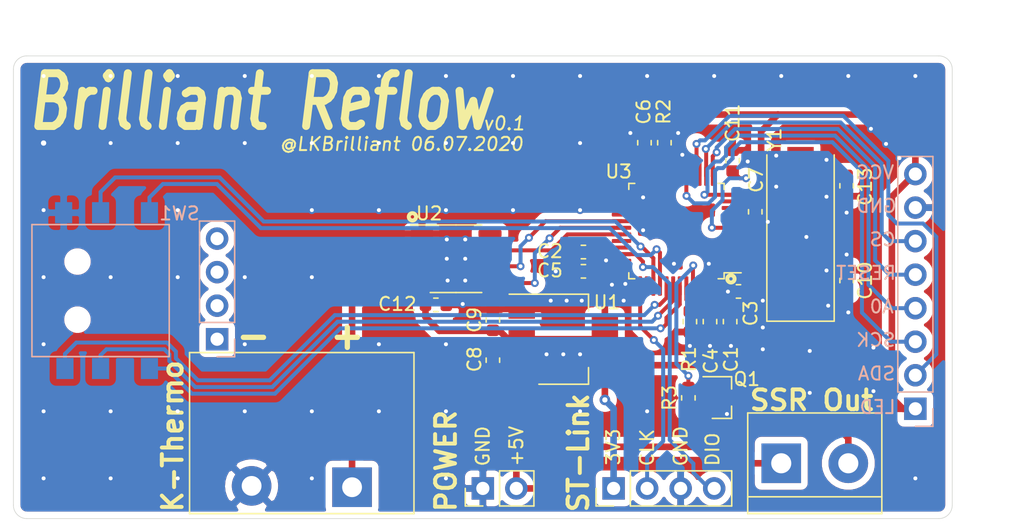
<source format=kicad_pcb>
(kicad_pcb (version 20171130) (host pcbnew "(5.1.6)-1")
  (layers (0 F.Cu signal) (31 B.Cu signal) (34 B.Paste user) (35 F.Paste user) (36 B.SilkS user) (37 F.SilkS user) (38 B.Mask user) (39 F.Mask user) (44 Edge.Cuts user))
  (net 0 "")
  (net 1 +5V)
  (net 2 +3V3)
  (net 3 NRST)
  (net 4 RST)
  (net 5 A0)
  (net 6 SCK)
  (net 7 SWDIO)
  (net 8 SWCLK)
  (net 9 BOOT0)
  (net 10 BOOT1)
  (net 11 "Net-(C10-Pad2)")
  (net 12 "Net-(C13-Pad2)")
  (net 13 SSR)
  (net 14 T+)
  (net 15 SCK_T)
  (net 16 GND)
  (net 17 "Net-(J5-Pad4)")
  (net 18 "Net-(J5-Pad3)")
  (net 19 "Net-(J5-Pad2)")
  (net 20 "Net-(J5-Pad1)")
  (net 21 "Net-(U2-Pad8)")
  (net 22 "Net-(U3-Pad46)")
  (net 23 "Net-(U3-Pad38)")
  (net 24 "Net-(U3-Pad33)")
  (net 25 "Net-(U3-Pad32)")
  (net 26 "Net-(U3-Pad28)")
  (net 27 "Net-(U3-Pad27)")
  (net 28 "Net-(U3-Pad26)")
  (net 29 "Net-(U3-Pad25)")
  (net 30 "Net-(U3-Pad22)")
  (net 31 "Net-(U3-Pad21)")
  (net 32 "Net-(U3-Pad19)")
  (net 33 "Net-(U3-Pad18)")
  (net 34 "Net-(U3-Pad16)")
  (net 35 "Net-(U3-Pad11)")
  (net 36 "Net-(U3-Pad10)")
  (net 37 "Net-(U3-Pad4)")
  (net 38 "Net-(U3-Pad3)")
  (net 39 "Net-(U3-Pad2)")
  (net 40 "Net-(Q1-Pad1)")
  (net 41 SSR_T)
  (net 42 CS_D)
  (net 43 SDO)
  (net 44 SDI)
  (net 45 CS_T)
  (net 46 BT5)
  (net 47 BT4)
  (net 48 BT3)
  (net 49 BT2)
  (net 50 BT1)
  (module Resistor_SMD:R_0603_1608Metric (layer F.Cu) (at 168.2242 128.5241 90)
    (fp_text reference R3 (at 0 -1.43 90) (layer F.SilkS))
    (fp_text value 10k)
    (pad 2 smd roundrect (at 0.7875 0 90) (size 0.875 0.95) (layers F.Cu F.Paste F.Mask) (net 41 SSR_T))
    (pad 1 smd roundrect (at -0.7875 0 90) (size 0.875 0.95) (layers F.Cu F.Paste F.Mask) (net 40 "Net-(Q1-Pad1)"))
  )
  (module Package_TO_SOT_SMD:SOT-23 (layer F.Cu) (at 170.7388 128.4986)
    (fp_text reference Q1 (at 1.905 -1.397) (layer F.SilkS))
    (fp_text value MMBT2222A)
    (pad 3 smd rect (at 1 0) (size 0.9 0.8) (layers F.Cu F.Paste F.Mask) (net 13 SSR))
    (pad 2 smd rect (at -1 0.95) (size 0.9 0.8) (layers F.Cu F.Paste F.Mask) (net 16 GND))
    (pad 1 smd rect (at -1 -0.95) (size 0.9 0.8) (layers F.Cu F.Paste F.Mask) (net 40 "Net-(Q1-Pad1)"))
  )
  (module Brilliant_Reflow:5_Way_Switch (layer B.Cu) (at 123.698 120.396 270)
    (fp_text reference SW1 (at -5.842 -5.969) (layer B.SilkS) (effects (justify mirror)))
    (fp_text value 5_Way_Switch)
    (pad "" np_thru_hole circle (at 2.2 1.75 270) (size 1 1) (drill 1) (layers *.Cu *.Mask))
    (pad "" np_thru_hole circle (at -2.2 1.75 270) (size 1 1) (drill 1) (layers *.Cu *.Mask))
    (pad 6 smd rect (at 5.9 -3.7 270) (size 1.6 1.3) (layers B.Cu B.Paste B.Mask) (net 46 BT5))
    (pad 5 smd rect (at 5.9 0 270) (size 1.6 1.3) (layers B.Cu B.Paste B.Mask) (net 47 BT4))
    (pad 4 smd rect (at 5.9 2.7 270) (size 1.6 1.3) (layers B.Cu B.Paste B.Mask) (net 48 BT3))
    (pad 3 smd rect (at -5.9 -3.7 270) (size 1.6 1.3) (layers B.Cu B.Paste B.Mask) (net 49 BT2))
    (pad 2 smd rect (at -5.9 0 270) (size 1.6 1.3) (layers B.Cu B.Paste B.Mask) (net 50 BT1))
    (pad 1 smd rect (at -5.9 2.8 270) (size 1.6 1.3) (layers B.Cu B.Paste B.Mask) (net 16 GND))
  )
  (module Package_SO:SO-8_3.9x4.9mm_P1.27mm (layer F.Cu) (at 150.622 117.983)
    (fp_text reference U2 (at -2.032 -3.429) (layer F.SilkS))
    (fp_text value MAX6675)
    (pad 8 smd roundrect (at 2.575 -1.905) (size 1.75 0.6) (layers F.Cu F.Paste F.Mask) (net 21 "Net-(U2-Pad8)"))
    (pad 7 smd roundrect (at 2.575 -0.635) (size 1.75 0.6) (layers F.Cu F.Paste F.Mask) (net 44 SDI))
    (pad 6 smd roundrect (at 2.575 0.635) (size 1.75 0.6) (layers F.Cu F.Paste F.Mask) (net 45 CS_T))
    (pad 5 smd roundrect (at 2.575 1.905) (size 1.75 0.6) (layers F.Cu F.Paste F.Mask) (net 15 SCK_T))
    (pad 4 smd roundrect (at -2.575 1.905) (size 1.75 0.6) (layers F.Cu F.Paste F.Mask) (net 2 +3V3))
    (pad 3 smd roundrect (at -2.575 0.635) (size 1.75 0.6) (layers F.Cu F.Paste F.Mask) (net 14 T+))
    (pad 2 smd roundrect (at -2.575 -0.635) (size 1.75 0.6) (layers F.Cu F.Paste F.Mask) (net 16 GND))
    (pad 1 smd roundrect (at -2.575 -1.905) (size 1.75 0.6) (layers F.Cu F.Paste F.Mask) (net 16 GND))
  )
  (module TerminalBlock:TerminalBlock_bornier-2_P5.08mm (layer F.Cu) (at 175.26 133.477)
    (fp_text reference J1)
    (fp_text value Relay)
    (pad 2 thru_hole circle (at 5.08 0) (size 3 3) (drill 1.52) (layers *.Cu *.Mask) (net 13 SSR))
    (pad 1 thru_hole rect (at 0 0) (size 3 3) (drill 1.52) (layers *.Cu *.Mask) (net 1 +5V))
  )
  (module Connector_PinSocket_2.54mm:PinSocket_1x04_P2.54mm_Vertical (layer B.Cu) (at 132.5245 124.079)
    (fp_text reference J5)
    (fp_text value DisplayMount)
    (pad 4 thru_hole oval (at 0 -7.62) (size 1.7 1.7) (drill 1) (layers *.Cu *.Mask) (net 17 "Net-(J5-Pad4)"))
    (pad 3 thru_hole oval (at 0 -5.08) (size 1.7 1.7) (drill 1) (layers *.Cu *.Mask) (net 18 "Net-(J5-Pad3)"))
    (pad 2 thru_hole oval (at 0 -2.54) (size 1.7 1.7) (drill 1) (layers *.Cu *.Mask) (net 19 "Net-(J5-Pad2)"))
    (pad 1 thru_hole rect (at 0 0) (size 1.7 1.7) (drill 1) (layers *.Cu *.Mask) (net 20 "Net-(J5-Pad1)"))
  )
  (module Connector_PinHeader_2.54mm:PinHeader_1x04_P2.54mm_Vertical (layer F.Cu) (at 162.56 135.382 90)
    (fp_text reference J3)
    (fp_text value ST-Link)
    (pad 4 thru_hole oval (at 0 7.62 90) (size 1.7 1.7) (drill 1) (layers *.Cu *.Mask) (net 7 SWDIO))
    (pad 3 thru_hole oval (at 0 5.08 90) (size 1.7 1.7) (drill 1) (layers *.Cu *.Mask) (net 16 GND))
    (pad 2 thru_hole oval (at 0 2.54 90) (size 1.7 1.7) (drill 1) (layers *.Cu *.Mask) (net 8 SWCLK))
    (pad 1 thru_hole rect (at 0 0 90) (size 1.7 1.7) (drill 1) (layers *.Cu *.Mask) (net 2 +3V3))
  )
  (module Connector_PinSocket_2.54mm:PinSocket_1x08_P2.54mm_Vertical (layer B.Cu) (at 185.42 129.3495)
    (fp_text reference J4)
    (fp_text value Display)
    (pad 8 thru_hole oval (at 0 -17.78) (size 1.7 1.7) (drill 1) (layers *.Cu *.Mask) (net 2 +3V3))
    (pad 7 thru_hole oval (at 0 -15.24) (size 1.7 1.7) (drill 1) (layers *.Cu *.Mask) (net 16 GND))
    (pad 6 thru_hole oval (at 0 -12.7) (size 1.7 1.7) (drill 1) (layers *.Cu *.Mask) (net 42 CS_D))
    (pad 5 thru_hole oval (at 0 -10.16) (size 1.7 1.7) (drill 1) (layers *.Cu *.Mask) (net 4 RST))
    (pad 4 thru_hole oval (at 0 -7.62) (size 1.7 1.7) (drill 1) (layers *.Cu *.Mask) (net 5 A0))
    (pad 3 thru_hole oval (at 0 -5.08) (size 1.7 1.7) (drill 1) (layers *.Cu *.Mask) (net 43 SDO))
    (pad 2 thru_hole oval (at 0 -2.54) (size 1.7 1.7) (drill 1) (layers *.Cu *.Mask) (net 6 SCK))
    (pad 1 thru_hole rect (at 0 0) (size 1.7 1.7) (drill 1) (layers *.Cu *.Mask) (net 2 +3V3))
  )
  (module Crystal:Crystal_SMD_HC49-SD (layer F.Cu) (at 176.7205 116.0145 90)
    (fp_text reference Y1 (at 7.0485 -1.9685 270) (layer F.SilkS))
    (fp_text value 8M)
    (pad 2 smd rect (at 4.25 0 90) (size 4.5 2) (layers F.Cu F.Paste F.Mask) (net 12 "Net-(C13-Pad2)"))
    (pad 1 smd rect (at -4.25 0 90) (size 4.5 2) (layers F.Cu F.Paste F.Mask) (net 11 "Net-(C10-Pad2)"))
  )
  (module Package_TO_SOT_SMD:SOT-223-3_TabPin2 (layer F.Cu) (at 158.75 124.079)
    (fp_text reference U1 (at 3.302 -2.794) (layer F.SilkS))
    (fp_text value AMS1117)
    (pad 1 smd rect (at -3.15 -2.3) (size 2 1.5) (layers F.Cu F.Paste F.Mask) (net 16 GND))
    (pad 3 smd rect (at -3.15 2.3) (size 2 1.5) (layers F.Cu F.Paste F.Mask) (net 1 +5V))
    (pad 2 smd rect (at -3.15 0) (size 2 1.5) (layers F.Cu F.Paste F.Mask) (net 2 +3V3))
    (pad 2 smd rect (at 3.15 0) (size 2 3.8) (layers F.Cu F.Paste F.Mask) (net 2 +3V3))
  )
  (module Resistor_SMD:R_0603_1608Metric (layer F.Cu) (at 166.4081 109.1946 90)
    (fp_text reference R2 (at 2.3495 -0.0635 90) (layer F.SilkS))
    (fp_text value 10k)
    (pad 2 smd roundrect (at 0.7875 0 90) (size 0.875 0.95) (layers F.Cu F.Paste F.Mask) (net 16 GND))
    (pad 1 smd roundrect (at -0.7875 0 90) (size 0.875 0.95) (layers F.Cu F.Paste F.Mask) (net 10 BOOT1))
  )
  (module Resistor_SMD:R_0603_1608Metric (layer F.Cu) (at 168.3385 122.7455 270)
    (fp_text reference R1 (at 2.8575 0.0635 90) (layer F.SilkS))
    (fp_text value 10k)
    (pad 2 smd roundrect (at 0.7875 0 270) (size 0.875 0.95) (layers F.Cu F.Paste F.Mask) (net 16 GND))
    (pad 1 smd roundrect (at -0.7875 0 270) (size 0.875 0.95) (layers F.Cu F.Paste F.Mask) (net 9 BOOT0))
  )
  (module Connector_PinHeader_2.54mm:PinHeader_1x02_P2.54mm_Vertical (layer F.Cu) (at 152.654 135.382 90)
    (fp_text reference J2)
    (fp_text value POWER)
    (pad 2 thru_hole oval (at 0 2.54 90) (size 1.7 1.7) (drill 1) (layers *.Cu *.Mask) (net 1 +5V))
    (pad 1 thru_hole rect (at 0 0 90) (size 1.7 1.7) (drill 1) (layers *.Cu *.Mask) (net 16 GND))
  )
  (module Capacitor_SMD:C_0603_1608Metric (layer F.Cu) (at 171.577 110.5535 270)
    (fp_text reference C11 (at -2.8575 0 90) (layer F.SilkS))
    (fp_text value 100n)
    (pad 2 smd roundrect (at 0.7875 0 270) (size 0.875 0.95) (layers F.Cu F.Paste F.Mask) (net 3 NRST))
    (pad 1 smd roundrect (at -0.7875 0 270) (size 0.875 0.95) (layers F.Cu F.Paste F.Mask) (net 16 GND))
  )
  (module Capacitor_SMD:C_0603_1608Metric (layer F.Cu) (at 180.213 112.4585 90)
    (fp_text reference C13 (at -0.0635 1.397 90) (layer F.SilkS))
    (fp_text value 22n)
    (pad 2 smd roundrect (at 0.7875 0 90) (size 0.875 0.95) (layers F.Cu F.Paste F.Mask) (net 12 "Net-(C13-Pad2)"))
    (pad 1 smd roundrect (at -0.7875 0 90) (size 0.875 0.95) (layers F.Cu F.Paste F.Mask) (net 16 GND))
  )
  (module Capacitor_SMD:C_0603_1608Metric (layer F.Cu) (at 180.213 119.634 270)
    (fp_text reference C10 (at 0 -1.397 90) (layer F.SilkS))
    (fp_text value 22n)
    (pad 2 smd roundrect (at 0.7875 0 270) (size 0.875 0.95) (layers F.Cu F.Paste F.Mask) (net 11 "Net-(C10-Pad2)"))
    (pad 1 smd roundrect (at -0.7875 0 270) (size 0.875 0.95) (layers F.Cu F.Paste F.Mask) (net 16 GND))
  )
  (module Capacitor_SMD:C_0603_1608Metric (layer F.Cu) (at 149.098 121.4755)
    (fp_text reference C12 (at -2.921 -0.0635) (layer F.SilkS))
    (fp_text value 100n)
    (pad 2 smd roundrect (at 0.7875 0) (size 0.875 0.95) (layers F.Cu F.Paste F.Mask) (net 16 GND))
    (pad 1 smd roundrect (at -0.7875 0) (size 0.875 0.95) (layers F.Cu F.Paste F.Mask) (net 2 +3V3))
  )
  (module Capacitor_SMD:C_0603_1608Metric (layer F.Cu) (at 173.2915 114.427 270)
    (fp_text reference C7 (at -2.413 -0.0635 90) (layer F.SilkS))
    (fp_text value 100n)
    (pad 2 smd roundrect (at 0.7875 0 270) (size 0.875 0.95) (layers F.Cu F.Paste F.Mask) (net 16 GND))
    (pad 1 smd roundrect (at -0.7875 0 270) (size 0.875 0.95) (layers F.Cu F.Paste F.Mask) (net 2 +3V3))
  )
  (module Capacitor_SMD:C_0603_1608Metric (layer F.Cu) (at 164.8968 109.1946 90)
    (fp_text reference C6 (at 2.3495 -0.0635 90) (layer F.SilkS))
    (fp_text value 100n)
    (pad 2 smd roundrect (at 0.7875 0 90) (size 0.875 0.95) (layers F.Cu F.Paste F.Mask) (net 16 GND))
    (pad 1 smd roundrect (at -0.7875 0 90) (size 0.875 0.95) (layers F.Cu F.Paste F.Mask) (net 2 +3V3))
  )
  (module Capacitor_SMD:C_0603_1608Metric (layer F.Cu) (at 160.274 118.9355 180)
    (fp_text reference C5 (at 2.54 0.0635) (layer F.SilkS))
    (fp_text value 100n)
    (pad 2 smd roundrect (at 0.7875 0 180) (size 0.875 0.95) (layers F.Cu F.Paste F.Mask) (net 16 GND))
    (pad 1 smd roundrect (at -0.7875 0 180) (size 0.875 0.95) (layers F.Cu F.Paste F.Mask) (net 2 +3V3))
  )
  (module Capacitor_SMD:C_0603_1608Metric (layer F.Cu) (at 169.8625 122.7455 270)
    (fp_text reference C4 (at 2.9845 -0.0635 90) (layer F.SilkS))
    (fp_text value 100n)
    (pad 2 smd roundrect (at 0.7875 0 270) (size 0.875 0.95) (layers F.Cu F.Paste F.Mask) (net 16 GND))
    (pad 1 smd roundrect (at -0.7875 0 270) (size 0.875 0.95) (layers F.Cu F.Paste F.Mask) (net 2 +3V3))
  )
  (module Capacitor_SMD:C_0603_1608Metric (layer F.Cu) (at 172.0215 120.4595 180)
    (fp_text reference C3 (at -0.9144 -1.6637 90) (layer F.SilkS))
    (fp_text value 100n)
    (pad 2 smd roundrect (at 0.7875 0 180) (size 0.875 0.95) (layers F.Cu F.Paste F.Mask) (net 16 GND))
    (pad 1 smd roundrect (at -0.7875 0 180) (size 0.875 0.95) (layers F.Cu F.Paste F.Mask) (net 2 +3V3))
  )
  (module Capacitor_SMD:C_0603_1608Metric (layer F.Cu) (at 160.274 117.475 180)
    (fp_text reference C2 (at 2.54 0.0635) (layer F.SilkS))
    (fp_text value 1u)
    (pad 2 smd roundrect (at 0.7875 0 180) (size 0.875 0.95) (layers F.Cu F.Paste F.Mask) (net 16 GND))
    (pad 1 smd roundrect (at -0.7875 0 180) (size 0.875 0.95) (layers F.Cu F.Paste F.Mask) (net 2 +3V3))
  )
  (module Capacitor_SMD:C_0603_1608Metric (layer F.Cu) (at 171.3865 122.7455 270)
    (fp_text reference C1 (at 2.8575 -0.0635 90) (layer F.SilkS))
    (fp_text value 10u)
    (pad 2 smd roundrect (at 0.7875 0 270) (size 0.875 0.95) (layers F.Cu F.Paste F.Mask) (net 16 GND))
    (pad 1 smd roundrect (at -0.7875 0 270) (size 0.875 0.95) (layers F.Cu F.Paste F.Mask) (net 2 +3V3))
  )
  (module Capacitor_SMD:C_0603_1608Metric (layer F.Cu) (at 153.416 122.6185 270)
    (fp_text reference C9 (at 0 1.397 90) (layer F.SilkS))
    (fp_text value 10u)
    (pad 2 smd roundrect (at 0.7875 0 270) (size 0.875 0.95) (layers F.Cu F.Paste F.Mask) (net 2 +3V3))
    (pad 1 smd roundrect (at -0.7875 0 270) (size 0.875 0.95) (layers F.Cu F.Paste F.Mask) (net 16 GND))
  )
  (module Capacitor_SMD:C_0603_1608Metric (layer F.Cu) (at 153.416 125.6665 270)
    (fp_text reference C8 (at -0.0635 1.397 90) (layer F.SilkS))
    (fp_text value 10u)
    (pad 2 smd roundrect (at 0.7875 0 270) (size 0.875 0.95) (layers F.Cu F.Paste F.Mask) (net 1 +5V))
    (pad 1 smd roundrect (at -0.7875 0 270) (size 0.875 0.95) (layers F.Cu F.Paste F.Mask) (net 16 GND))
  )
  (module Brilliant_Reflow:TerminalBlock_7.62mm_2p (layer F.Cu) (at 138.938 131.191 180)
    (fp_text reference J6)
    (fp_text value Thermocouple)
    (pad 2 thru_hole circle (at 3.8 -4 180) (size 3 3) (drill 1.5) (layers *.Cu *.Mask) (net 16 GND))
    (pad 1 thru_hole rect (at -3.81 -4.1 180) (size 3 3) (drill 1.5) (layers *.Cu *.Mask) (net 14 T+))
  )
  (module Package_QFP:LQFP-48_7x7mm_P0.5mm (layer F.Cu) (at 167.3225 115.8875 180)
    (fp_text reference U3 (at 4.3815 4.5085) (layer F.SilkS))
    (fp_text value STM32F103C8T6)
    (pad 48 smd roundrect (at -2.75 -4.1625 180) (size 0.3 1.475) (layers F.Cu F.Paste F.Mask) (net 2 +3V3))
    (pad 47 smd roundrect (at -2.25 -4.1625 180) (size 0.3 1.475) (layers F.Cu F.Paste F.Mask) (net 16 GND))
    (pad 46 smd roundrect (at -1.75 -4.1625 180) (size 0.3 1.475) (layers F.Cu F.Paste F.Mask) (net 22 "Net-(U3-Pad46)"))
    (pad 45 smd roundrect (at -1.25 -4.1625 180) (size 0.3 1.475) (layers F.Cu F.Paste F.Mask) (net 41 SSR_T))
    (pad 44 smd roundrect (at -0.75 -4.1625 180) (size 0.3 1.475) (layers F.Cu F.Paste F.Mask) (net 9 BOOT0))
    (pad 43 smd roundrect (at -0.25 -4.1625 180) (size 0.3 1.475) (layers F.Cu F.Paste F.Mask) (net 46 BT5))
    (pad 42 smd roundrect (at 0.25 -4.1625 180) (size 0.3 1.475) (layers F.Cu F.Paste F.Mask) (net 47 BT4))
    (pad 41 smd roundrect (at 0.75 -4.1625 180) (size 0.3 1.475) (layers F.Cu F.Paste F.Mask) (net 48 BT3))
    (pad 40 smd roundrect (at 1.25 -4.1625 180) (size 0.3 1.475) (layers F.Cu F.Paste F.Mask) (net 49 BT2))
    (pad 39 smd roundrect (at 1.75 -4.1625 180) (size 0.3 1.475) (layers F.Cu F.Paste F.Mask) (net 50 BT1))
    (pad 38 smd roundrect (at 2.25 -4.1625 180) (size 0.3 1.475) (layers F.Cu F.Paste F.Mask) (net 23 "Net-(U3-Pad38)"))
    (pad 37 smd roundrect (at 2.75 -4.1625 180) (size 0.3 1.475) (layers F.Cu F.Paste F.Mask) (net 8 SWCLK))
    (pad 36 smd roundrect (at 4.1625 -2.75 180) (size 1.475 0.3) (layers F.Cu F.Paste F.Mask) (net 2 +3V3))
    (pad 35 smd roundrect (at 4.1625 -2.25 180) (size 1.475 0.3) (layers F.Cu F.Paste F.Mask) (net 16 GND))
    (pad 34 smd roundrect (at 4.1625 -1.75 180) (size 1.475 0.3) (layers F.Cu F.Paste F.Mask) (net 7 SWDIO))
    (pad 33 smd roundrect (at 4.1625 -1.25 180) (size 1.475 0.3) (layers F.Cu F.Paste F.Mask) (net 24 "Net-(U3-Pad33)"))
    (pad 32 smd roundrect (at 4.1625 -0.75 180) (size 1.475 0.3) (layers F.Cu F.Paste F.Mask) (net 25 "Net-(U3-Pad32)"))
    (pad 31 smd roundrect (at 4.1625 -0.25 180) (size 1.475 0.3) (layers F.Cu F.Paste F.Mask) (net 44 SDI))
    (pad 30 smd roundrect (at 4.1625 0.25 180) (size 1.475 0.3) (layers F.Cu F.Paste F.Mask) (net 15 SCK_T))
    (pad 29 smd roundrect (at 4.1625 0.75 180) (size 1.475 0.3) (layers F.Cu F.Paste F.Mask) (net 45 CS_T))
    (pad 28 smd roundrect (at 4.1625 1.25 180) (size 1.475 0.3) (layers F.Cu F.Paste F.Mask) (net 26 "Net-(U3-Pad28)"))
    (pad 27 smd roundrect (at 4.1625 1.75 180) (size 1.475 0.3) (layers F.Cu F.Paste F.Mask) (net 27 "Net-(U3-Pad27)"))
    (pad 26 smd roundrect (at 4.1625 2.25 180) (size 1.475 0.3) (layers F.Cu F.Paste F.Mask) (net 28 "Net-(U3-Pad26)"))
    (pad 25 smd roundrect (at 4.1625 2.75 180) (size 1.475 0.3) (layers F.Cu F.Paste F.Mask) (net 29 "Net-(U3-Pad25)"))
    (pad 24 smd roundrect (at 2.75 4.1625 180) (size 0.3 1.475) (layers F.Cu F.Paste F.Mask) (net 2 +3V3))
    (pad 23 smd roundrect (at 2.25 4.1625 180) (size 0.3 1.475) (layers F.Cu F.Paste F.Mask) (net 16 GND))
    (pad 22 smd roundrect (at 1.75 4.1625 180) (size 0.3 1.475) (layers F.Cu F.Paste F.Mask) (net 30 "Net-(U3-Pad22)"))
    (pad 21 smd roundrect (at 1.25 4.1625 180) (size 0.3 1.475) (layers F.Cu F.Paste F.Mask) (net 31 "Net-(U3-Pad21)"))
    (pad 20 smd roundrect (at 0.75 4.1625 180) (size 0.3 1.475) (layers F.Cu F.Paste F.Mask) (net 10 BOOT1))
    (pad 19 smd roundrect (at 0.25 4.1625 180) (size 0.3 1.475) (layers F.Cu F.Paste F.Mask) (net 32 "Net-(U3-Pad19)"))
    (pad 18 smd roundrect (at -0.25 4.1625 180) (size 0.3 1.475) (layers F.Cu F.Paste F.Mask) (net 33 "Net-(U3-Pad18)"))
    (pad 17 smd roundrect (at -0.75 4.1625 180) (size 0.3 1.475) (layers F.Cu F.Paste F.Mask) (net 43 SDO))
    (pad 16 smd roundrect (at -1.25 4.1625 180) (size 0.3 1.475) (layers F.Cu F.Paste F.Mask) (net 34 "Net-(U3-Pad16)"))
    (pad 15 smd roundrect (at -1.75 4.1625 180) (size 0.3 1.475) (layers F.Cu F.Paste F.Mask) (net 6 SCK))
    (pad 14 smd roundrect (at -2.25 4.1625 180) (size 0.3 1.475) (layers F.Cu F.Paste F.Mask) (net 42 CS_D))
    (pad 13 smd roundrect (at -2.75 4.1625 180) (size 0.3 1.475) (layers F.Cu F.Paste F.Mask) (net 4 RST))
    (pad 12 smd roundrect (at -4.1625 2.75 180) (size 1.475 0.3) (layers F.Cu F.Paste F.Mask) (net 5 A0))
    (pad 11 smd roundrect (at -4.1625 2.25 180) (size 1.475 0.3) (layers F.Cu F.Paste F.Mask) (net 35 "Net-(U3-Pad11)"))
    (pad 10 smd roundrect (at -4.1625 1.75 180) (size 1.475 0.3) (layers F.Cu F.Paste F.Mask) (net 36 "Net-(U3-Pad10)"))
    (pad 9 smd roundrect (at -4.1625 1.25 180) (size 1.475 0.3) (layers F.Cu F.Paste F.Mask) (net 2 +3V3))
    (pad 8 smd roundrect (at -4.1625 0.75 180) (size 1.475 0.3) (layers F.Cu F.Paste F.Mask) (net 16 GND))
    (pad 7 smd roundrect (at -4.1625 0.25 180) (size 1.475 0.3) (layers F.Cu F.Paste F.Mask) (net 3 NRST))
    (pad 6 smd roundrect (at -4.1625 -0.25 180) (size 1.475 0.3) (layers F.Cu F.Paste F.Mask) (net 12 "Net-(C13-Pad2)"))
    (pad 5 smd roundrect (at -4.1625 -0.75 180) (size 1.475 0.3) (layers F.Cu F.Paste F.Mask) (net 11 "Net-(C10-Pad2)"))
    (pad 4 smd roundrect (at -4.1625 -1.25 180) (size 1.475 0.3) (layers F.Cu F.Paste F.Mask) (net 37 "Net-(U3-Pad4)"))
    (pad 3 smd roundrect (at -4.1625 -1.75 180) (size 1.475 0.3) (layers F.Cu F.Paste F.Mask) (net 38 "Net-(U3-Pad3)"))
    (pad 2 smd roundrect (at -4.1625 -2.25 180) (size 1.475 0.3) (layers F.Cu F.Paste F.Mask) (net 39 "Net-(U3-Pad2)"))
    (pad 1 smd roundrect (at -4.1625 -2.75 180) (size 1.475 0.3) (layers F.Cu F.Paste F.Mask) (net 2 +3V3))
  )
  (gr_text "@LKBrilliant 06.07.2020" (at 146.4945 109.2962) (layer F.SilkS) (effects (font (size 1 1) (thickness 0.15) italic)))
  (gr_text v0.1 (at 154.2669 107.7341) (layer F.SilkS) (effects (font (size 1 1) (thickness 0.15) italic)))
  (gr_text "Brilliant Reflow" (at 135.7884 106.1085) (layer F.SilkS) (effects (font (size 4 3) (thickness 0.6) italic)))
  (gr_text "+\n" (at 143.891 124.079 180) (layer F.SilkS) (effects (font (size 2 2) (thickness 0.4)) (justify left)))
  (gr_text - (at 136.779 124.079 180) (layer F.SilkS) (effects (font (size 2 2) (thickness 0.4)) (justify left)))
  (gr_circle (center 147.32 114.808) (end 147.447 114.808) (layer F.SilkS) (width 0.3))
  (gr_circle (center 171.45 119.507) (end 171.577 119.507) (layer F.SilkS) (width 0.3))
  (gr_text K-Thermo (at 129.159 137.3378 90) (layer F.SilkS) (effects (font (size 1.5 1.5) (thickness 0.3)) (justify left)))
  (gr_text POWER (at 149.86 129.286 90) (layer F.SilkS) (effects (font (size 1.5 1.5) (thickness 0.3)) (justify right)))
  (gr_text ST-Link (at 159.893 128.016 90) (layer F.SilkS) (effects (font (size 1.5 1.5) (thickness 0.3)) (justify right)))
  (gr_text "SSR Out" (at 182.3974 128.7018) (layer F.SilkS) (effects (font (size 1.5 1.5) (thickness 0.3)) (justify right)))
  (gr_text GND (at 152.654 130.556 90) (layer F.SilkS) (effects (font (size 1 1)) (justify right)))
  (gr_text +5V (at 155.194 130.556 90) (layer F.SilkS) (effects (font (size 1 1)) (justify right)))
  (gr_text 3V3 (at 162.5346 130.7592 90) (layer F.SilkS) (effects (font (size 1 1)) (justify right)))
  (gr_text "CLK\n" (at 165.1 130.7846 90) (layer F.SilkS) (effects (font (size 1 1)) (justify right)))
  (gr_text "GND\n" (at 167.64 130.556 90) (layer F.SilkS) (effects (font (size 1 1)) (justify right)))
  (gr_text DIO (at 170.053 131.064 90) (layer F.SilkS) (effects (font (size 1 1)) (justify right)))
  (gr_text VCC (at 180.848 111.4425) (layer B.SilkS) (effects (font (size 1 1)) (justify right mirror)))
  (gr_text GND (at 180.848 113.9825) (layer B.SilkS) (effects (font (size 1 1)) (justify right mirror)))
  (gr_text CS (at 181.864 116.5225) (layer B.SilkS) (effects (font (size 1 1)) (justify right mirror)))
  (gr_text "RESET\n" (at 179.324 119.0625) (layer B.SilkS) (effects (font (size 1 1)) (justify right mirror)))
  (gr_text "A0\n" (at 181.864 121.6025) (layer B.SilkS) (effects (font (size 1 1)) (justify right mirror)))
  (gr_text "SDA\n" (at 180.975 126.6825) (layer B.SilkS) (effects (font (size 1 1)) (justify right mirror)))
  (gr_text SCK (at 180.848 124.1425) (layer B.SilkS) (effects (font (size 1 1)) (justify right mirror)))
  (gr_arc (start 118.11 136.652) (end 117.094 136.652) (angle -90) (layer Edge.Cuts) (width 0.05))
  (gr_arc (start 118.11 103.632) (end 118.11 102.616) (angle -90) (layer Edge.Cuts) (width 0.05))
  (gr_arc (start 187.198 103.632) (end 188.214 103.632) (angle -90) (layer Edge.Cuts) (width 0.05))
  (gr_arc (start 187.198 136.652) (end 187.198 137.668) (angle -90) (layer Edge.Cuts) (width 0.05))
  (gr_text LED (at 181.102 129.2225) (layer B.SilkS) (effects (font (size 1 1)) (justify right mirror)))
  (gr_line (start 188.214 103.632) (end 188.214 136.652) (layer Edge.Cuts) (width 0.05))
  (gr_line (start 118.11 102.616) (end 187.198 102.616) (layer Edge.Cuts) (width 0.05))
  (gr_line (start 117.094 136.652) (end 117.094 103.632) (layer Edge.Cuts) (width 0.05))
  (gr_line (start 187.198 137.668) (end 118.11 137.668) (layer Edge.Cuts) (width 0.05))
  (segment (start 155.194 126.785) (end 155.6 126.379) (width 0.5) (layer F.Cu) (net 1))
  (segment (start 155.194 135.9535) (end 155.194 126.785) (width 0.5) (layer F.Cu) (net 1))
  (segment (start 153.468 126.379) (end 153.416 126.327) (width 0.5) (layer F.Cu) (net 1))
  (segment (start 155.6 126.379) (end 154.3545 126.379) (width 0.5) (layer F.Cu) (net 1))
  (segment (start 154.2795 126.454) (end 153.416 126.454) (width 0.5) (layer F.Cu) (net 1))
  (segment (start 154.3545 126.379) (end 154.2795 126.454) (width 0.5) (layer F.Cu) (net 1))
  (segment (start 171.196 132.2324) (end 172.4406 133.477) (width 0.5) (layer F.Cu) (net 1))
  (segment (start 158.5214 135.382) (end 159.5374 134.366) (width 0.5) (layer F.Cu) (net 1))
  (segment (start 155.194 135.382) (end 158.5214 135.382) (width 0.5) (layer F.Cu) (net 1))
  (segment (start 172.4406 133.477) (end 175.26 133.477) (width 0.5) (layer F.Cu) (net 1))
  (segment (start 159.5374 134.366) (end 159.5374 133.223) (width 0.5) (layer F.Cu) (net 1))
  (segment (start 159.5374 133.223) (end 160.528 132.2324) (width 0.5) (layer F.Cu) (net 1))
  (segment (start 160.528 132.2324) (end 171.196 132.2324) (width 0.5) (layer F.Cu) (net 1))
  (segment (start 169.7355 121.831) (end 169.7355 121.285) (width 0.3) (layer F.Cu) (net 2))
  (segment (start 170.0725 120.948) (end 170.0725 120.05) (width 0.3) (layer F.Cu) (net 2))
  (segment (start 169.7355 121.285) (end 170.0725 120.948) (width 0.3) (layer F.Cu) (net 2))
  (segment (start 155.6 124.079) (end 161.9 124.079) (width 0.5) (layer F.Cu) (net 2))
  (segment (start 161.125 120.231) (end 161.125 118.9355) (width 0.5) (layer F.Cu) (net 2))
  (segment (start 161.9 124.079) (end 161.9 121.006) (width 0.5) (layer F.Cu) (net 2))
  (segment (start 161.9 121.006) (end 161.125 120.231) (width 0.5) (layer F.Cu) (net 2))
  (segment (start 163.6015 110.0075) (end 164.973 110.0075) (width 0.5) (layer F.Cu) (net 2))
  (segment (start 162.814 109.22) (end 163.6015 110.0075) (width 0.5) (layer F.Cu) (net 2))
  (segment (start 185.42 109.982) (end 182.499 107.061) (width 0.5) (layer F.Cu) (net 2))
  (segment (start 162.814 107.696) (end 162.814 109.22) (width 0.5) (layer F.Cu) (net 2))
  (segment (start 185.42 111.5695) (end 185.42 109.982) (width 0.5) (layer F.Cu) (net 2))
  (segment (start 163.449 107.061) (end 162.814 107.696) (width 0.5) (layer F.Cu) (net 2))
  (segment (start 185.3565 111.5695) (end 185.42 111.5695) (width 0.5) (layer F.Cu) (net 2))
  (segment (start 183.642 128.524) (end 183.642 113.284) (width 0.5) (layer F.Cu) (net 2))
  (segment (start 183.642 113.284) (end 185.3565 111.5695) (width 0.5) (layer F.Cu) (net 2))
  (segment (start 185.42 129.3495) (end 184.4675 129.3495) (width 0.5) (layer F.Cu) (net 2))
  (segment (start 184.4675 129.3495) (end 183.642 128.524) (width 0.5) (layer F.Cu) (net 2))
  (segment (start 175.006 107.061) (end 173.736 108.331) (width 0.5) (layer F.Cu) (net 2))
  (segment (start 175.006 107.061) (end 163.449 107.061) (width 0.5) (layer F.Cu) (net 2))
  (segment (start 182.499 107.061) (end 175.006 107.061) (width 0.5) (layer F.Cu) (net 2))
  (segment (start 173.736 113.068) (end 173.1645 113.6395) (width 0.5) (layer F.Cu) (net 2))
  (segment (start 173.736 108.331) (end 173.736 113.068) (width 0.5) (layer F.Cu) (net 2))
  (segment (start 185.42 129.3495) (end 176.8475 129.3495) (width 0.5) (layer F.Cu) (net 2))
  (segment (start 172.3825 114.6375) (end 171.485 114.6375) (width 0.3) (layer F.Cu) (net 2))
  (segment (start 172.57251 114.44749) (end 172.3825 114.6375) (width 0.3) (layer F.Cu) (net 2))
  (segment (start 173.1645 113.6395) (end 173.1265 113.6395) (width 0.3) (layer F.Cu) (net 2))
  (segment (start 172.57251 114.19349) (end 172.57251 114.44749) (width 0.3) (layer F.Cu) (net 2))
  (segment (start 173.1265 113.6395) (end 172.57251 114.19349) (width 0.3) (layer F.Cu) (net 2))
  (segment (start 172.123 121.831) (end 172.847 122.555) (width 0.5) (layer F.Cu) (net 2))
  (segment (start 171.0055 121.831) (end 172.123 121.831) (width 0.5) (layer F.Cu) (net 2))
  (segment (start 172.847 120.561) (end 172.809 120.523) (width 0.5) (layer F.Cu) (net 2))
  (segment (start 172.847 122.555) (end 172.847 120.561) (width 0.5) (layer F.Cu) (net 2))
  (segment (start 163.116 118.6815) (end 163.16 118.6375) (width 0.3) (layer F.Cu) (net 2))
  (segment (start 162.433 118.6815) (end 163.116 118.6815) (width 0.3) (layer F.Cu) (net 2))
  (segment (start 161.0615 118.9355) (end 162.179 118.9355) (width 0.3) (layer F.Cu) (net 2))
  (segment (start 162.179 118.9355) (end 162.433 118.6815) (width 0.3) (layer F.Cu) (net 2))
  (segment (start 171.2595 121.831) (end 169.7355 121.831) (width 0.5) (layer F.Cu) (net 2))
  (segment (start 172.809 120.523) (end 172.809 119.1515) (width 0.3) (layer F.Cu) (net 2))
  (segment (start 172.295 118.6375) (end 171.485 118.6375) (width 0.3) (layer F.Cu) (net 2))
  (segment (start 172.809 119.1515) (end 172.295 118.6375) (width 0.3) (layer F.Cu) (net 2))
  (segment (start 155.5365 124.0155) (end 154.4955 124.0155) (width 0.5) (layer F.Cu) (net 2))
  (segment (start 148.3105 120.0055) (end 148.428 119.888) (width 0.5) (layer F.Cu) (net 2))
  (segment (start 155.6 124.079) (end 155.5365 124.0155) (width 0.5) (layer F.Cu) (net 2))
  (segment (start 154.4955 124.0155) (end 153.924 123.444) (width 0.5) (layer F.Cu) (net 2))
  (segment (start 153.924 123.444) (end 149.352 123.444) (width 0.5) (layer F.Cu) (net 2))
  (segment (start 148.3105 122.4025) (end 148.3105 120.0055) (width 0.5) (layer F.Cu) (net 2))
  (segment (start 149.352 123.444) (end 148.3105 122.4025) (width 0.5) (layer F.Cu) (net 2))
  (segment (start 172.847 125.349) (end 176.8475 129.3495) (width 0.5) (layer F.Cu) (net 2))
  (segment (start 172.847 122.555) (end 172.847 125.349) (width 0.5) (layer F.Cu) (net 2))
  (segment (start 161.9 124.079) (end 162.052 124.079) (width 0.5) (layer F.Cu) (net 2))
  (segment (start 162.052 124.079) (end 164.0205 126.0475) (width 0.5) (layer F.Cu) (net 2))
  (segment (start 172.1485 126.0475) (end 172.847 125.349) (width 0.5) (layer F.Cu) (net 2))
  (segment (start 164.0205 126.0475) (end 172.1485 126.0475) (width 0.5) (layer F.Cu) (net 2))
  (via (at 161.8996 128.6764) (size 0.8) (drill 0.4) (layers F.Cu B.Cu) (net 2))
  (segment (start 161.9 124.079) (end 161.9 128.676) (width 0.5) (layer F.Cu) (net 2))
  (segment (start 161.9 128.676) (end 161.8996 128.6764) (width 0.5) (layer F.Cu) (net 2))
  (segment (start 162.56 129.3368) (end 162.56 135.382) (width 0.5) (layer B.Cu) (net 2))
  (segment (start 161.8996 128.6764) (end 162.56 129.3368) (width 0.5) (layer B.Cu) (net 2))
  (segment (start 164.5725 110.886442) (end 164.5725 111.725) (width 0.3) (layer F.Cu) (net 2))
  (segment (start 164.8333 110.625642) (end 164.5725 110.886442) (width 0.3) (layer F.Cu) (net 2))
  (segment (start 164.846 110.0075) (end 164.8333 110.0202) (width 0.3) (layer F.Cu) (net 2))
  (segment (start 164.8333 110.0202) (end 164.8333 110.625642) (width 0.3) (layer F.Cu) (net 2))
  (segment (start 161.0615 118.9355) (end 161.0615 117.475) (width 0.5) (layer F.Cu) (net 2))
  (via (at 172.593 111.887) (size 0.6) (drill 0.3) (layers F.Cu B.Cu) (net 3))
  (via (at 170.00457 115.629098) (size 0.6) (drill 0.3) (layers F.Cu B.Cu) (net 3))
  (segment (start 170.012972 115.6375) (end 170.00457 115.629098) (width 0.3) (layer F.Cu) (net 3))
  (segment (start 171.485 115.6375) (end 170.012972 115.6375) (width 0.3) (layer F.Cu) (net 3))
  (segment (start 170.00457 115.629098) (end 170.00457 114.34843) (width 0.3) (layer B.Cu) (net 3))
  (segment (start 170.00457 114.34843) (end 170.815 113.538) (width 0.3) (layer B.Cu) (net 3))
  (segment (start 170.815 113.538) (end 170.815 112.395) (width 0.3) (layer B.Cu) (net 3))
  (segment (start 171.323 111.887) (end 172.593 111.887) (width 0.3) (layer B.Cu) (net 3))
  (segment (start 170.815 112.395) (end 171.323 111.887) (width 0.3) (layer B.Cu) (net 3))
  (segment (start 172.123 111.887) (end 171.577 111.341) (width 0.3) (layer F.Cu) (net 3))
  (segment (start 172.593 111.887) (end 172.123 111.887) (width 0.3) (layer F.Cu) (net 3))
  (via (at 170.3705 109.9185) (size 0.6) (drill 0.3) (layers F.Cu B.Cu) (net 4))
  (segment (start 170.3705 109.9185) (end 170.07251 110.21649) (width 0.3) (layer F.Cu) (net 4))
  (segment (start 170.07251 111.72499) (end 170.0725 111.725) (width 0.3) (layer F.Cu) (net 4))
  (segment (start 170.07251 110.21649) (end 170.07251 111.72499) (width 0.3) (layer F.Cu) (net 4))
  (segment (start 170.3705 109.54612) (end 170.3705 109.9185) (width 0.3) (layer B.Cu) (net 4))
  (segment (start 185.42 119.1895) (end 183.4515 119.1895) (width 0.3) (layer B.Cu) (net 4))
  (segment (start 182.372 118.11) (end 182.372 110.980756) (width 0.3) (layer B.Cu) (net 4))
  (segment (start 183.4515 119.1895) (end 182.372 118.11) (width 0.3) (layer B.Cu) (net 4))
  (segment (start 182.372 110.980756) (end 179.547722 108.156478) (width 0.3) (layer B.Cu) (net 4))
  (segment (start 171.760141 108.156479) (end 170.3705 109.54612) (width 0.3) (layer B.Cu) (net 4))
  (segment (start 179.547722 108.156478) (end 171.760141 108.156479) (width 0.3) (layer B.Cu) (net 4))
  (via (at 169.437498 113.1375) (size 0.6) (drill 0.3) (layers F.Cu B.Cu) (net 5))
  (segment (start 171.485 113.1375) (end 169.437498 113.1375) (width 0.3) (layer F.Cu) (net 5))
  (segment (start 169.672 111.1885) (end 169.672 112.902998) (width 0.3) (layer B.Cu) (net 5))
  (segment (start 170.2435 110.617) (end 169.672 111.1885) (width 0.3) (layer B.Cu) (net 5))
  (segment (start 181.87199 119.95949) (end 181.87199 111.187868) (width 0.3) (layer B.Cu) (net 5))
  (segment (start 179.340611 108.656489) (end 172.02949 108.656489) (width 0.3) (layer B.Cu) (net 5))
  (segment (start 171.967253 108.656487) (end 171.07762 109.54612) (width 0.3) (layer B.Cu) (net 5))
  (segment (start 169.672 112.902998) (end 169.437498 113.1375) (width 0.3) (layer B.Cu) (net 5))
  (segment (start 181.87199 111.187868) (end 179.340611 108.656489) (width 0.3) (layer B.Cu) (net 5))
  (segment (start 172.02949 108.656489) (end 172.029488 108.656487) (width 0.3) (layer B.Cu) (net 5))
  (segment (start 185.42 121.7295) (end 183.642 121.7295) (width 0.3) (layer B.Cu) (net 5))
  (segment (start 183.642 121.7295) (end 181.87199 119.95949) (width 0.3) (layer B.Cu) (net 5))
  (segment (start 172.029488 108.656487) (end 171.967253 108.656487) (width 0.3) (layer B.Cu) (net 5))
  (segment (start 170.634002 110.617) (end 170.2435 110.617) (width 0.3) (layer B.Cu) (net 5))
  (segment (start 171.07762 109.54612) (end 171.07762 110.173382) (width 0.3) (layer B.Cu) (net 5))
  (segment (start 171.07762 110.173382) (end 170.634002 110.617) (width 0.3) (layer B.Cu) (net 5))
  (via (at 168.842682 109.281417) (size 0.6) (drill 0.3) (layers F.Cu B.Cu) (net 6))
  (segment (start 168.842682 109.281417) (end 168.842682 110.232182) (width 0.3) (layer F.Cu) (net 6))
  (segment (start 169.0725 110.462) (end 169.0725 111.725) (width 0.3) (layer F.Cu) (net 6))
  (segment (start 168.842682 110.232182) (end 169.0725 110.462) (width 0.3) (layer F.Cu) (net 6))
  (segment (start 169.1096 109.014499) (end 168.842682 109.281417) (width 0.3) (layer B.Cu) (net 6))
  (segment (start 179.961947 107.156459) (end 171.345921 107.156459) (width 0.3) (layer B.Cu) (net 6))
  (segment (start 183.37202 114.66502) (end 183.37202 110.566532) (width 0.3) (layer B.Cu) (net 6))
  (segment (start 183.37202 110.566532) (end 179.961947 107.156459) (width 0.3) (layer B.Cu) (net 6))
  (segment (start 185.42 126.8095) (end 187.0075 125.222) (width 0.3) (layer B.Cu) (net 6))
  (segment (start 187.0075 125.222) (end 187.0075 116.321) (width 0.3) (layer B.Cu) (net 6))
  (segment (start 169.487881 109.014499) (end 169.1096 109.014499) (width 0.3) (layer B.Cu) (net 6))
  (segment (start 171.345921 107.156459) (end 169.487881 109.014499) (width 0.3) (layer B.Cu) (net 6))
  (segment (start 186.0025 115.316) (end 184.023 115.316) (width 0.3) (layer B.Cu) (net 6))
  (segment (start 187.0075 116.321) (end 186.0025 115.316) (width 0.3) (layer B.Cu) (net 6))
  (segment (start 184.023 115.316) (end 183.37202 114.66502) (width 0.3) (layer B.Cu) (net 6))
  (via (at 164.7825 118.618) (size 0.6) (drill 0.3) (layers F.Cu B.Cu) (net 7))
  (segment (start 163.16 117.6375) (end 164.220793 117.6375) (width 0.3) (layer F.Cu) (net 7))
  (segment (start 164.7825 118.199207) (end 164.7825 118.618) (width 0.3) (layer F.Cu) (net 7))
  (segment (start 164.220793 117.6375) (end 164.7825 118.199207) (width 0.3) (layer F.Cu) (net 7))
  (segment (start 170.18 135.5344) (end 170.18 135.9662) (width 0.3) (layer B.Cu) (net 7))
  (segment (start 169.799 135.382) (end 170.18 135.382) (width 0.3) (layer B.Cu) (net 7))
  (segment (start 168.6052 134.1882) (end 169.799 135.382) (width 0.3) (layer B.Cu) (net 7))
  (segment (start 165.5445 118.618) (end 166.8145 119.888) (width 0.3) (layer B.Cu) (net 7))
  (segment (start 164.7825 118.618) (end 165.5445 118.618) (width 0.3) (layer B.Cu) (net 7))
  (segment (start 166.8145 119.888) (end 166.8145 131.7117) (width 0.3) (layer B.Cu) (net 7))
  (segment (start 166.8145 131.7117) (end 168.6052 133.5024) (width 0.3) (layer B.Cu) (net 7))
  (segment (start 168.6052 133.5024) (end 168.6052 134.1882) (width 0.3) (layer B.Cu) (net 7))
  (via (at 165.608 124.1425) (size 0.6) (drill 0.3) (layers F.Cu B.Cu) (net 8))
  (segment (start 164.5725 123.107) (end 165.608 124.1425) (width 0.3) (layer F.Cu) (net 8))
  (segment (start 164.5725 120.05) (end 164.5725 123.107) (width 0.3) (layer F.Cu) (net 8))
  (segment (start 166.31449 131.80531) (end 165.1 133.0198) (width 0.3) (layer B.Cu) (net 8))
  (segment (start 165.608 124.1425) (end 166.31449 124.84899) (width 0.3) (layer B.Cu) (net 8))
  (segment (start 165.1 133.0198) (end 165.1 135.382) (width 0.3) (layer B.Cu) (net 8))
  (segment (start 166.31449 124.84899) (end 166.31449 131.80531) (width 0.3) (layer B.Cu) (net 8))
  (segment (start 168.0725 120.05) (end 168.0725 121.0825) (width 0.3) (layer F.Cu) (net 9))
  (segment (start 168.2115 121.2215) (end 168.2115 121.831) (width 0.3) (layer F.Cu) (net 9))
  (segment (start 168.0725 121.0825) (end 168.2115 121.2215) (width 0.3) (layer F.Cu) (net 9))
  (segment (start 166.5725 110.756) (end 166.5725 111.725) (width 0.3) (layer F.Cu) (net 10))
  (segment (start 166.37 110.0075) (end 166.37 110.5535) (width 0.3) (layer F.Cu) (net 10))
  (segment (start 166.37 110.5535) (end 166.5725 110.756) (width 0.3) (layer F.Cu) (net 10))
  (segment (start 176.8775 120.4215) (end 176.7205 120.2645) (width 0.3) (layer F.Cu) (net 11))
  (segment (start 180.213 120.4215) (end 176.8775 120.4215) (width 0.3) (layer F.Cu) (net 11))
  (segment (start 176.7205 120.2645) (end 176.7205 117.602) (width 0.3) (layer F.Cu) (net 11))
  (segment (start 175.756 116.6375) (end 171.485 116.6375) (width 0.3) (layer F.Cu) (net 11))
  (segment (start 176.7205 117.602) (end 175.756 116.6375) (width 0.3) (layer F.Cu) (net 11))
  (segment (start 176.814 111.671) (end 176.7205 111.7645) (width 0.3) (layer F.Cu) (net 12))
  (segment (start 180.213 111.671) (end 176.814 111.671) (width 0.3) (layer F.Cu) (net 12))
  (segment (start 176.7205 111.7645) (end 176.7205 114.9985) (width 0.3) (layer F.Cu) (net 12))
  (segment (start 175.5815 116.1375) (end 171.485 116.1375) (width 0.3) (layer F.Cu) (net 12))
  (segment (start 176.7205 114.9985) (end 175.5815 116.1375) (width 0.3) (layer F.Cu) (net 12))
  (segment (start 180.34 131.572) (end 178.8414 130.0734) (width 0.5) (layer F.Cu) (net 13))
  (segment (start 178.8414 130.0734) (end 176.403 130.0734) (width 0.5) (layer F.Cu) (net 13))
  (segment (start 180.34 133.477) (end 180.34 131.572) (width 0.5) (layer F.Cu) (net 13))
  (segment (start 176.403 130.0734) (end 174.8536 128.524) (width 0.5) (layer F.Cu) (net 13))
  (segment (start 171.7642 128.524) (end 171.7388 128.4986) (width 0.5) (layer F.Cu) (net 13))
  (segment (start 174.8536 128.524) (end 171.7642 128.524) (width 0.5) (layer F.Cu) (net 13))
  (segment (start 148.428 118.618) (end 145.4785 118.618) (width 0.5) (layer F.Cu) (net 14))
  (segment (start 142.748 121.3485) (end 142.748 135.291) (width 0.5) (layer F.Cu) (net 14))
  (segment (start 145.4785 118.618) (end 142.748 121.3485) (width 0.5) (layer F.Cu) (net 14))
  (segment (start 163.16 115.6375) (end 158.510838 115.6375) (width 0.3) (layer F.Cu) (net 15))
  (segment (start 158.510838 115.6375) (end 157.711669 116.436669) (width 0.3) (layer F.Cu) (net 15))
  (segment (start 157.705669 116.442669) (end 156.591 117.557338) (width 0.3) (layer B.Cu) (net 15))
  (segment (start 156.591 117.557338) (end 156.591 119.8245) (width 0.3) (layer B.Cu) (net 15))
  (segment (start 153.6415 119.8245) (end 153.578 119.888) (width 0.3) (layer F.Cu) (net 15))
  (segment (start 153.2605 119.8245) (end 153.197 119.888) (width 0.3) (layer F.Cu) (net 15))
  (segment (start 156.591 119.8245) (end 156.591 119.8245) (width 0.3) (layer F.Cu) (net 15))
  (segment (start 157.711669 116.436669) (end 157.705669 116.442669) (width 0.3) (layer F.Cu) (net 15))
  (via (at 157.711669 116.436669) (size 0.6) (drill 0.3) (layers F.Cu B.Cu) (net 15))
  (segment (start 156.591 119.8245) (end 153.2605 119.8245) (width 0.3) (layer F.Cu) (net 15))
  (via (at 156.591 119.8245) (size 0.6) (drill 0.3) (layers F.Cu B.Cu) (net 15))
  (via (at 171.2214 120.4722) (size 0.6) (drill 0.3) (layers F.Cu B.Cu) (net 16))
  (via (at 169.8625 124.587) (size 0.6) (drill 0.3) (layers F.Cu B.Cu) (net 16))
  (via (at 169.7736 118.364) (size 0.6) (drill 0.3) (layers F.Cu B.Cu) (net 16))
  (via (at 161.9885 118.11) (size 0.6) (drill 0.3) (layers F.Cu B.Cu) (net 16))
  (segment (start 162.016 118.1375) (end 163.16 118.1375) (width 0.3) (layer F.Cu) (net 16))
  (segment (start 161.9885 118.11) (end 162.016 118.1375) (width 0.3) (layer F.Cu) (net 16))
  (segment (start 169.5725 118.527) (end 169.5725 120.05) (width 0.3) (layer F.Cu) (net 16))
  (segment (start 169.6085 118.491) (end 169.5725 118.527) (width 0.3) (layer F.Cu) (net 16))
  (via (at 164.7952 113.3348) (size 0.6) (drill 0.3) (layers F.Cu B.Cu) (net 16))
  (segment (start 165.0725 113.1295) (end 165.1 113.157) (width 0.3) (layer F.Cu) (net 16))
  (segment (start 165.0725 111.725) (end 165.0725 113.1295) (width 0.3) (layer F.Cu) (net 16))
  (via (at 172.72 110.617) (size 0.6) (drill 0.3) (layers F.Cu B.Cu) (net 16))
  (via (at 163.83 108.458) (size 0.6) (drill 0.3) (layers F.Cu B.Cu) (net 16))
  (via (at 167.4495 108.458) (size 0.6) (drill 0.3) (layers F.Cu B.Cu) (net 16))
  (via (at 180.213 117.6655) (size 0.6) (drill 0.3) (layers F.Cu B.Cu) (net 16))
  (via (at 180.213 114.4905) (size 0.6) (drill 0.3) (layers F.Cu B.Cu) (net 16))
  (via (at 160.02 125.222) (size 0.6) (drill 0.3) (layers F.Cu B.Cu) (net 16))
  (via (at 158.75 125.222) (size 0.6) (drill 0.3) (layers F.Cu B.Cu) (net 16))
  (via (at 157.48 125.222) (size 0.6) (drill 0.3) (layers F.Cu B.Cu) (net 16))
  (via (at 160.147 121.158) (size 0.6) (drill 0.3) (layers F.Cu B.Cu) (net 16))
  (via (at 159.004 121.158) (size 0.6) (drill 0.3) (layers F.Cu B.Cu) (net 16))
  (via (at 157.7975 121.158) (size 0.6) (drill 0.3) (layers F.Cu B.Cu) (net 16))
  (via (at 151.13 121.412) (size 0.6) (drill 0.3) (layers F.Cu B.Cu) (net 16))
  (segment (start 172.323558 115.1375) (end 171.485 115.1375) (width 0.3) (layer F.Cu) (net 16))
  (segment (start 172.4145 115.1375) (end 172.323558 115.1375) (width 0.3) (layer F.Cu) (net 16))
  (segment (start 173.1645 115.2145) (end 172.4915 115.2145) (width 0.3) (layer F.Cu) (net 16))
  (segment (start 172.4915 115.2145) (end 172.4145 115.1375) (width 0.3) (layer F.Cu) (net 16))
  (via (at 174.244 115.189) (size 0.6) (drill 0.3) (layers F.Cu B.Cu) (net 16))
  (via (at 173.863 121.158) (size 0.6) (drill 0.3) (layers F.Cu B.Cu) (net 16))
  (via (at 173.863 123.19) (size 0.6) (drill 0.3) (layers F.Cu B.Cu) (net 16))
  (via (at 173.863 124.841) (size 0.6) (drill 0.3) (layers F.Cu B.Cu) (net 16))
  (via (at 178.689 113.284) (size 0.6) (drill 0.3) (layers F.Cu B.Cu) (net 16))
  (via (at 178.689 118.872) (size 0.6) (drill 0.3) (layers F.Cu B.Cu) (net 16))
  (via (at 178.816 121.539) (size 0.6) (drill 0.3) (layers F.Cu B.Cu) (net 16))
  (via (at 177.165 116.332) (size 0.6) (drill 0.3) (layers F.Cu B.Cu) (net 16))
  (via (at 180.34 122.047) (size 0.6) (drill 0.3) (layers F.Cu B.Cu) (net 16))
  (via (at 182.245 124.714) (size 0.6) (drill 0.3) (layers F.Cu B.Cu) (net 16))
  (via (at 182.245 128.016) (size 0.6) (drill 0.3) (layers F.Cu B.Cu) (net 16))
  (via (at 177.419 128.143) (size 0.6) (drill 0.3) (layers F.Cu B.Cu) (net 16))
  (via (at 177.419 124.968) (size 0.6) (drill 0.3) (layers F.Cu B.Cu) (net 16))
  (via (at 178.689 110.49) (size 0.6) (drill 0.3) (layers F.Cu B.Cu) (net 16))
  (via (at 167.132 118.364) (size 0.6) (drill 0.3) (layers F.Cu B.Cu) (net 16))
  (via (at 164.7952 115.824) (size 0.6) (drill 0.3) (layers F.Cu B.Cu) (net 16))
  (via (at 171.45 124.587) (size 0.6) (drill 0.3) (layers F.Cu B.Cu) (net 16))
  (via (at 168.3385 124.587) (size 0.6) (drill 0.3) (layers F.Cu B.Cu) (net 16))
  (segment (start 171.45 123.4695) (end 171.3865 123.406) (width 0.3) (layer F.Cu) (net 16))
  (segment (start 171.45 124.587) (end 171.45 123.4695) (width 0.3) (layer F.Cu) (net 16))
  (segment (start 169.8625 124.587) (end 169.8625 123.406) (width 0.3) (layer F.Cu) (net 16))
  (segment (start 168.3385 124.587) (end 168.3385 123.406) (width 0.3) (layer F.Cu) (net 16))
  (via (at 184.2135 110.363) (size 0.6) (drill 0.3) (layers F.Cu B.Cu) (net 16))
  (via (at 183.1975 109.2835) (size 0.6) (drill 0.3) (layers F.Cu B.Cu) (net 16))
  (via (at 182.0545 108.1405) (size 0.6) (drill 0.3) (layers F.Cu B.Cu) (net 16))
  (via (at 174.879 112.522) (size 0.6) (drill 0.3) (layers F.Cu B.Cu) (net 16))
  (via (at 174.879 110.1725) (size 0.6) (drill 0.3) (layers F.Cu B.Cu) (net 16))
  (via (at 167.767 110.109) (size 0.6) (drill 0.3) (layers F.Cu B.Cu) (net 16))
  (via (at 158.1785 118.9355) (size 0.6) (drill 0.3) (layers F.Cu B.Cu) (net 16))
  (via (at 163.322 121.158) (size 0.6) (drill 0.3) (layers F.Cu B.Cu) (net 16))
  (via (at 163.449 119.888) (size 0.6) (drill 0.3) (layers F.Cu B.Cu) (net 16))
  (via (at 162.433 119.9515) (size 0.6) (drill 0.3) (layers F.Cu B.Cu) (net 16))
  (via (at 151.3205 119.634) (size 0.6) (drill 0.3) (layers F.Cu B.Cu) (net 16))
  (via (at 149.987 119.634) (size 0.6) (drill 0.3) (layers F.Cu B.Cu) (net 16))
  (via (at 151.3205 117.983) (size 0.6) (drill 0.3) (layers F.Cu B.Cu) (net 16))
  (via (at 149.9235 117.983) (size 0.6) (drill 0.3) (layers F.Cu B.Cu) (net 16))
  (via (at 151.3205 116.5225) (size 0.6) (drill 0.3) (layers F.Cu B.Cu) (net 16))
  (via (at 149.9235 116.5225) (size 0.6) (drill 0.3) (layers F.Cu B.Cu) (net 16))
  (via (at 171.1452 129.7432) (size 0.6) (drill 0.3) (layers F.Cu B.Cu) (net 16))
  (via (at 119.38 109.22) (size 0.8) (drill 0.4) (layers F.Cu B.Cu) (net 16))
  (via (at 124.46 109.22) (size 0.6) (drill 0.3) (layers F.Cu B.Cu) (net 16))
  (via (at 129.54 109.22) (size 0.6) (drill 0.3) (layers F.Cu B.Cu) (net 16))
  (via (at 134.62 109.22) (size 0.6) (drill 0.3) (layers F.Cu B.Cu) (net 16))
  (via (at 119.38 114.3) (size 0.6) (drill 0.3) (layers F.Cu B.Cu) (net 16))
  (via (at 129.54 114.3) (size 0.6) (drill 0.3) (layers F.Cu B.Cu) (net 16))
  (via (at 119.38 119.38) (size 0.6) (drill 0.3) (layers F.Cu B.Cu) (net 16))
  (via (at 124.46 119.38) (size 0.6) (drill 0.3) (layers F.Cu B.Cu) (net 16))
  (via (at 129.54 119.38) (size 0.6) (drill 0.3) (layers F.Cu B.Cu) (net 16))
  (via (at 134.62 119.38) (size 0.6) (drill 0.3) (layers F.Cu B.Cu) (net 16))
  (via (at 139.7 109.22) (size 0.6) (drill 0.3) (layers F.Cu B.Cu) (net 16))
  (via (at 139.7 114.3) (size 0.6) (drill 0.3) (layers F.Cu B.Cu) (net 16))
  (via (at 144.78 109.22) (size 0.6) (drill 0.3) (layers F.Cu B.Cu) (net 16))
  (via (at 144.78 114.3) (size 0.6) (drill 0.3) (layers F.Cu B.Cu) (net 16))
  (via (at 149.86 109.22) (size 0.6) (drill 0.3) (layers F.Cu B.Cu) (net 16))
  (via (at 149.86 114.3) (size 0.6) (drill 0.3) (layers F.Cu B.Cu) (net 16))
  (via (at 154.94 109.22) (size 0.6) (drill 0.3) (layers F.Cu B.Cu) (net 16))
  (via (at 154.94 114.3) (size 0.6) (drill 0.3) (layers F.Cu B.Cu) (net 16))
  (via (at 160.02 114.3) (size 0.6) (drill 0.3) (layers F.Cu B.Cu) (net 16))
  (via (at 160.02 109.22) (size 0.6) (drill 0.3) (layers F.Cu B.Cu) (net 16))
  (via (at 160.02 104.14) (size 0.6) (drill 0.3) (layers F.Cu B.Cu) (net 16))
  (via (at 154.94 104.14) (size 0.6) (drill 0.3) (layers F.Cu B.Cu) (net 16))
  (via (at 165.1 104.14) (size 0.6) (drill 0.3) (layers F.Cu B.Cu) (net 16))
  (via (at 170.18 104.14) (size 0.6) (drill 0.3) (layers F.Cu B.Cu) (net 16))
  (via (at 175.26 104.14) (size 0.6) (drill 0.3) (layers F.Cu B.Cu) (net 16))
  (via (at 180.34 104.14) (size 0.6) (drill 0.3) (layers F.Cu B.Cu) (net 16))
  (via (at 185.42 104.14) (size 0.6) (drill 0.3) (layers F.Cu B.Cu) (net 16))
  (via (at 139.7 119.38) (size 0.6) (drill 0.3) (layers F.Cu B.Cu) (net 16))
  (via (at 119.38 124.46) (size 0.6) (drill 0.3) (layers F.Cu B.Cu) (net 16))
  (via (at 134.62 124.46) (size 0.6) (drill 0.3) (layers F.Cu B.Cu) (net 16))
  (via (at 119.38 129.54) (size 0.6) (drill 0.3) (layers F.Cu B.Cu) (net 16))
  (via (at 124.46 129.54) (size 0.6) (drill 0.3) (layers F.Cu B.Cu) (net 16))
  (via (at 129.54 129.54) (size 0.6) (drill 0.3) (layers F.Cu B.Cu) (net 16))
  (via (at 134.62 129.54) (size 0.6) (drill 0.3) (layers F.Cu B.Cu) (net 16))
  (via (at 139.7 129.54) (size 0.6) (drill 0.3) (layers F.Cu B.Cu) (net 16))
  (via (at 144.78 124.46) (size 0.6) (drill 0.3) (layers F.Cu B.Cu) (net 16))
  (via (at 144.78 129.54) (size 0.6) (drill 0.3) (layers F.Cu B.Cu) (net 16))
  (via (at 149.86 124.46) (size 0.6) (drill 0.3) (layers F.Cu B.Cu) (net 16))
  (via (at 149.86 129.54) (size 0.6) (drill 0.3) (layers F.Cu B.Cu) (net 16))
  (via (at 160.02 129.54) (size 0.6) (drill 0.3) (layers F.Cu B.Cu) (net 16))
  (via (at 165.1 129.54) (size 0.6) (drill 0.3) (layers F.Cu B.Cu) (net 16))
  (via (at 119.38 134.62) (size 0.6) (drill 0.3) (layers F.Cu B.Cu) (net 16))
  (via (at 124.46 134.62) (size 0.6) (drill 0.3) (layers F.Cu B.Cu) (net 16))
  (via (at 129.54 134.62) (size 0.6) (drill 0.3) (layers F.Cu B.Cu) (net 16))
  (via (at 139.7 134.62) (size 0.6) (drill 0.3) (layers F.Cu B.Cu) (net 16))
  (via (at 149.86 134.62) (size 0.6) (drill 0.3) (layers F.Cu B.Cu) (net 16))
  (via (at 185.42 134.62) (size 0.6) (drill 0.3) (layers F.Cu B.Cu) (net 16))
  (via (at 119.38 104.14) (size 0.6) (drill 0.3) (layers F.Cu B.Cu) (net 16))
  (via (at 124.46 104.14) (size 0.6) (drill 0.3) (layers F.Cu B.Cu) (net 16))
  (via (at 129.54 104.14) (size 0.6) (drill 0.3) (layers F.Cu B.Cu) (net 16))
  (via (at 134.62 104.14) (size 0.6) (drill 0.3) (layers F.Cu B.Cu) (net 16))
  (via (at 139.7 104.14) (size 0.6) (drill 0.3) (layers F.Cu B.Cu) (net 16))
  (via (at 144.78 104.14) (size 0.6) (drill 0.3) (layers F.Cu B.Cu) (net 16))
  (via (at 149.86 104.14) (size 0.6) (drill 0.3) (layers F.Cu B.Cu) (net 16))
  (segment (start 168.2242 129.3116) (end 168.2242 128.8796) (width 0.3) (layer F.Cu) (net 40))
  (segment (start 168.2242 128.8796) (end 168.5798 128.524) (width 0.3) (layer F.Cu) (net 40))
  (segment (start 168.5798 128.524) (end 169.418 128.524) (width 0.3) (layer F.Cu) (net 40))
  (segment (start 169.7388 128.2032) (end 169.7388 127.5486) (width 0.3) (layer F.Cu) (net 40))
  (segment (start 169.418 128.524) (end 169.7388 128.2032) (width 0.3) (layer F.Cu) (net 40))
  (via (at 168.2242 126.8476) (size 0.6) (drill 0.3) (layers F.Cu B.Cu) (net 41))
  (via (at 168.5925 118.491) (size 0.6) (drill 0.3) (layers F.Cu B.Cu) (net 41))
  (segment (start 168.5725 120.05) (end 168.5725 118.511) (width 0.3) (layer F.Cu) (net 41))
  (segment (start 168.5725 118.511) (end 168.5925 118.491) (width 0.3) (layer F.Cu) (net 41))
  (segment (start 168.2242 126.8476) (end 168.2242 127.7366) (width 0.3) (layer F.Cu) (net 41))
  (segment (start 167.31451 125.93791) (end 168.2242 126.8476) (width 0.3) (layer B.Cu) (net 41))
  (segment (start 167.31451 119.88329) (end 167.31451 125.93791) (width 0.3) (layer B.Cu) (net 41))
  (segment (start 168.5925 118.491) (end 168.5925 118.6053) (width 0.3) (layer B.Cu) (net 41))
  (segment (start 168.5925 118.6053) (end 167.31451 119.88329) (width 0.3) (layer B.Cu) (net 41))
  (via (at 169.545 109.6645) (size 0.6) (drill 0.3) (layers F.Cu B.Cu) (net 42))
  (segment (start 169.5725 109.692) (end 169.5725 111.725) (width 0.3) (layer F.Cu) (net 42))
  (segment (start 169.545 109.6645) (end 169.5725 109.692) (width 0.3) (layer F.Cu) (net 42))
  (segment (start 171.553031 107.656469) (end 169.545 109.6645) (width 0.3) (layer B.Cu) (net 42))
  (segment (start 183.515 116.6495) (end 182.87201 116.00651) (width 0.3) (layer B.Cu) (net 42))
  (segment (start 185.42 116.6495) (end 183.515 116.6495) (width 0.3) (layer B.Cu) (net 42))
  (segment (start 182.87201 116.00651) (end 182.87201 110.773644) (width 0.3) (layer B.Cu) (net 42))
  (segment (start 179.754835 107.656469) (end 171.553031 107.656469) (width 0.3) (layer B.Cu) (net 42))
  (segment (start 182.87201 110.773644) (end 179.754835 107.656469) (width 0.3) (layer B.Cu) (net 42))
  (via (at 168.0845 113.2205) (size 0.6) (drill 0.3) (layers F.Cu B.Cu) (net 43))
  (segment (start 168.0725 113.2085) (end 168.0725 111.725) (width 0.3) (layer F.Cu) (net 43))
  (segment (start 168.0845 113.2205) (end 168.0725 113.2085) (width 0.3) (layer F.Cu) (net 43))
  (segment (start 169.749499 113.787501) (end 168.651501 113.787501) (width 0.3) (layer B.Cu) (net 43))
  (segment (start 170.2435 113.2935) (end 169.749499 113.787501) (width 0.3) (layer B.Cu) (net 43))
  (segment (start 179.1335 109.1565) (end 172.17436 109.1565) (width 0.3) (layer B.Cu) (net 43))
  (segment (start 181.37198 111.39498) (end 179.1335 109.1565) (width 0.3) (layer B.Cu) (net 43))
  (segment (start 168.651501 113.787501) (end 168.0845 113.2205) (width 0.3) (layer B.Cu) (net 43))
  (segment (start 183.5785 124.2695) (end 181.37198 122.06298) (width 0.3) (layer B.Cu) (net 43))
  (segment (start 181.37198 122.06298) (end 181.37198 111.39498) (width 0.3) (layer B.Cu) (net 43))
  (segment (start 171.57763 110.380492) (end 170.841114 111.117008) (width 0.3) (layer B.Cu) (net 43))
  (segment (start 185.42 124.2695) (end 183.5785 124.2695) (width 0.3) (layer B.Cu) (net 43))
  (segment (start 172.17436 109.1565) (end 171.57763 109.75323) (width 0.3) (layer B.Cu) (net 43))
  (segment (start 171.57763 109.75323) (end 171.57763 110.380492) (width 0.3) (layer B.Cu) (net 43))
  (segment (start 170.841114 111.117008) (end 170.450612 111.117008) (width 0.3) (layer B.Cu) (net 43))
  (segment (start 170.450612 111.117008) (end 170.2435 111.32412) (width 0.3) (layer B.Cu) (net 43))
  (segment (start 170.2435 111.32412) (end 170.2435 113.2935) (width 0.3) (layer B.Cu) (net 43))
  (segment (start 163.16 116.1375) (end 159.0715 116.1375) (width 0.3) (layer F.Cu) (net 44))
  (segment (start 159.0715 116.1375) (end 157.861 117.348) (width 0.3) (layer F.Cu) (net 44))
  (segment (start 157.861 117.348) (end 153.197 117.348) (width 0.3) (layer F.Cu) (net 44))
  (segment (start 163.16 115.1375) (end 157.4045 115.1375) (width 0.3) (layer F.Cu) (net 45))
  (segment (start 157.4045 115.1375) (end 156.1465 116.3955) (width 0.3) (layer F.Cu) (net 45))
  (segment (start 156.1465 116.3955) (end 155.5115 117.0305) (width 0.3) (layer B.Cu) (net 45))
  (segment (start 155.5115 117.0305) (end 155.5115 118.5545) (width 0.3) (layer B.Cu) (net 45))
  (segment (start 153.6415 118.5545) (end 153.578 118.618) (width 0.3) (layer F.Cu) (net 45))
  (segment (start 153.2605 118.5545) (end 153.197 118.618) (width 0.3) (layer F.Cu) (net 45))
  (segment (start 155.5115 118.5545) (end 155.5115 118.5545) (width 0.3) (layer F.Cu) (net 45))
  (segment (start 156.1465 116.3955) (end 156.1465 116.3955) (width 0.3) (layer F.Cu) (net 45))
  (via (at 156.1465 116.3955) (size 0.6) (drill 0.3) (layers F.Cu B.Cu) (net 45))
  (segment (start 155.5115 118.5545) (end 153.2605 118.5545) (width 0.3) (layer F.Cu) (net 45))
  (via (at 155.5115 118.5545) (size 0.6) (drill 0.3) (layers F.Cu B.Cu) (net 45))
  (via (at 166.116 123.2535) (size 0.6) (drill 0.3) (layers F.Cu B.Cu) (net 46))
  (segment (start 166.5605 122.45665) (end 166.5605 122.936) (width 0.3) (layer F.Cu) (net 46))
  (segment (start 166.243 123.2535) (end 166.116 123.2535) (width 0.3) (layer F.Cu) (net 46))
  (segment (start 167.5725 120.05) (end 167.5725 121.44465) (width 0.3) (layer F.Cu) (net 46))
  (segment (start 166.5605 122.936) (end 166.243 123.2535) (width 0.3) (layer F.Cu) (net 46))
  (segment (start 167.5725 121.44465) (end 166.5605 122.45665) (width 0.3) (layer F.Cu) (net 46))
  (segment (start 130.619501 128.206501) (end 128.709 126.296) (width 0.3) (layer B.Cu) (net 46))
  (segment (start 136.906001 128.206501) (end 130.619501 128.206501) (width 0.3) (layer B.Cu) (net 46))
  (segment (start 128.709 126.296) (end 127.398 126.296) (width 0.3) (layer B.Cu) (net 46))
  (segment (start 166.116 123.2535) (end 141.859002 123.2535) (width 0.3) (layer B.Cu) (net 46))
  (segment (start 141.859002 123.2535) (end 136.906001 128.206501) (width 0.3) (layer B.Cu) (net 46))
  (segment (start 167.0725 120.05) (end 167.0725 121.154) (width 0.3) (layer F.Cu) (net 47))
  (via (at 165.9255 122.301) (size 0.6) (drill 0.3) (layers F.Cu B.Cu) (net 47))
  (segment (start 167.0725 121.154) (end 165.9255 122.301) (width 0.3) (layer F.Cu) (net 47))
  (segment (start 165.47301 122.75349) (end 141.65189 122.75349) (width 0.3) (layer B.Cu) (net 47))
  (segment (start 130.88149 127.70649) (end 128.905 125.73) (width 0.3) (layer B.Cu) (net 47))
  (segment (start 123.698 125.2855) (end 123.698 126.296) (width 0.3) (layer B.Cu) (net 47))
  (segment (start 141.65189 122.75349) (end 136.69889 127.70649) (width 0.3) (layer B.Cu) (net 47))
  (segment (start 124.1425 124.841) (end 123.698 125.2855) (width 0.3) (layer B.Cu) (net 47))
  (segment (start 165.9255 122.301) (end 165.47301 122.75349) (width 0.3) (layer B.Cu) (net 47))
  (segment (start 128.905 125.73) (end 128.905 125.222) (width 0.3) (layer B.Cu) (net 47))
  (segment (start 128.905 125.222) (end 128.524 124.841) (width 0.3) (layer B.Cu) (net 47))
  (segment (start 136.69889 127.70649) (end 130.88149 127.70649) (width 0.3) (layer B.Cu) (net 47))
  (segment (start 128.524 124.841) (end 124.1425 124.841) (width 0.3) (layer B.Cu) (net 47))
  (segment (start 166.5725 120.05) (end 166.5725 120.94688) (width 0.3) (layer F.Cu) (net 48))
  (segment (start 166.5725 120.94688) (end 166.04388 121.4755) (width 0.3) (layer F.Cu) (net 48))
  (via (at 165.6715 121.4755) (size 0.6) (drill 0.3) (layers F.Cu B.Cu) (net 48))
  (segment (start 166.04388 121.4755) (end 165.6715 121.4755) (width 0.3) (layer F.Cu) (net 48))
  (segment (start 164.893521 122.253479) (end 141.444779 122.253479) (width 0.3) (layer B.Cu) (net 48))
  (segment (start 165.6715 121.4755) (end 164.893521 122.253479) (width 0.3) (layer B.Cu) (net 48))
  (segment (start 131.07262 127.1905) (end 129.40501 125.52289) (width 0.3) (layer B.Cu) (net 48))
  (segment (start 129.40501 125.52289) (end 129.40501 125.01489) (width 0.3) (layer B.Cu) (net 48))
  (segment (start 136.507758 127.1905) (end 131.07262 127.1905) (width 0.3) (layer B.Cu) (net 48))
  (segment (start 129.40501 125.01489) (end 128.72312 124.333) (width 0.3) (layer B.Cu) (net 48))
  (segment (start 128.72312 124.333) (end 128.524 124.333) (width 0.3) (layer B.Cu) (net 48))
  (segment (start 141.444779 122.253479) (end 136.507758 127.1905) (width 0.3) (layer B.Cu) (net 48))
  (segment (start 121.861 124.333) (end 128.524 124.333) (width 0.3) (layer B.Cu) (net 48))
  (segment (start 120.998 125.196) (end 121.861 124.333) (width 0.3) (layer B.Cu) (net 48))
  (segment (start 120.998 126.296) (end 120.998 125.196) (width 0.3) (layer B.Cu) (net 48))
  (via (at 165.818371 117.264629) (size 0.6) (drill 0.3) (layers F.Cu B.Cu) (net 49))
  (segment (start 166.0725 120.05) (end 166.0725 117.518758) (width 0.3) (layer F.Cu) (net 49))
  (segment (start 166.0725 117.518758) (end 165.818371 117.264629) (width 0.3) (layer F.Cu) (net 49))
  (segment (start 127.398 113.3432) (end 127.398 114.496) (width 0.3) (layer B.Cu) (net 49))
  (segment (start 132.507889 112.323511) (end 128.417689 112.323511) (width 0.3) (layer B.Cu) (net 49))
  (segment (start 165.376144 117.706856) (end 164.315856 117.706856) (width 0.3) (layer B.Cu) (net 49))
  (segment (start 135.847988 115.66361) (end 132.507889 112.323511) (width 0.3) (layer B.Cu) (net 49))
  (segment (start 165.818371 117.264629) (end 165.376144 117.706856) (width 0.3) (layer B.Cu) (net 49))
  (segment (start 128.417689 112.323511) (end 127.398 113.3432) (width 0.3) (layer B.Cu) (net 49))
  (segment (start 164.315856 117.706856) (end 162.272611 115.663611) (width 0.3) (layer B.Cu) (net 49))
  (segment (start 162.272611 115.663611) (end 135.847988 115.66361) (width 0.3) (layer B.Cu) (net 49))
  (segment (start 164.691357 117.056855) (end 164.60215 117.056855) (width 0.3) (layer F.Cu) (net 50))
  (via (at 164.60215 117.056855) (size 0.6) (drill 0.3) (layers F.Cu B.Cu) (net 50))
  (segment (start 165.5725 120.05) (end 165.5725 117.937998) (width 0.3) (layer F.Cu) (net 50))
  (segment (start 165.5725 117.937998) (end 164.691357 117.056855) (width 0.3) (layer F.Cu) (net 50))
  (segment (start 162.708895 115.1636) (end 136.0551 115.1636) (width 0.3) (layer B.Cu) (net 50))
  (segment (start 123.698 112.9284) (end 123.698 114.496) (width 0.3) (layer B.Cu) (net 50))
  (segment (start 164.60215 117.056855) (end 162.708895 115.1636) (width 0.3) (layer B.Cu) (net 50))
  (segment (start 136.0551 115.1636) (end 132.715 111.8235) (width 0.3) (layer B.Cu) (net 50))
  (segment (start 132.715 111.8235) (end 124.8029 111.8235) (width 0.3) (layer B.Cu) (net 50))
  (segment (start 124.8029 111.8235) (end 123.698 112.9284) (width 0.3) (layer B.Cu) (net 50))
  (zone (net 16) (net_name GND) (layer F.Cu) (connect_pads (clearance 0.508)) (min_thickness 0.254) (fill yes (arc_segments 32) (thermal_gap 0.508) (thermal_bridge_width 0.508))
    (polygon (pts (xy 116.586 102.108) (xy 188.722 102.108) (xy 188.722 138.176) (xy 116.586 138.176)))
  )
  (zone (net 16) (net_name GND) (layer B.Cu) (connect_pads (clearance 0.508)) (min_thickness 0.254) (fill yes (arc_segments 32) (thermal_gap 0.508) (thermal_bridge_width 0.508))
    (polygon (pts (xy 116.078 101.6) (xy 189.23 101.6) (xy 189.23 138.684) (xy 116.078 138.684)))
  )
)
</source>
